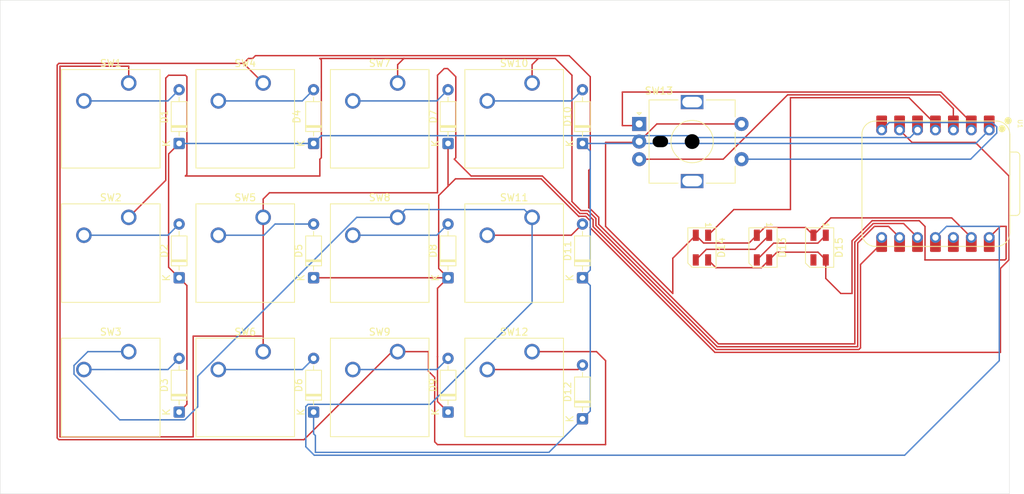
<source format=kicad_pcb>
(kicad_pcb (version 20241229) (generator "pcbnew") (generator_version "9.0")
  (layers (0 "F.Cu" signal) (2 "B.Cu" signal) (13 "F.Paste" user) (15 "B.Paste" user) (5 "F.SilkS" user "F.Silkscreen") (7 "B.SilkS" user "B.Silkscreen") (1 "F.Mask" user) (3 "B.Mask" user) (25 "Edge.Cuts" user))
  (net 0 "")
  (net 1 "Net-(D1-A)")
  (net 2 "R1")
  (net 3 "Net-(D2-A)")
  (net 4 "Net-(D3-A)")
  (net 5 "Net-(D4-A)")
  (net 6 "Net-(D5-A)")
  (net 7 "R2")
  (net 8 "Net-(D6-A)")
  (net 9 "R3")
  (net 10 "Net-(D7-A)")
  (net 11 "Net-(D8-A)")
  (net 12 "Net-(D9-A)")
  (net 13 "Net-(D10-A)")
  (net 14 "Net-(D11-A)")
  (net 15 "Net-(D12-A)")
  (net 16 "Net-(D13-DOUT)")
  (net 17 "Net-(D13-DIN)")
  (net 18 "GND")
  (net 19 "+5V_LED")
  (net 20 "Dout")
  (net 22 "C1")
  (net 23 "C2")
  (net 24 "C3")
  (net 25 "C4")
  (net 26 "E_B")
  (net 27 "E_A")
  (net 28 "E_S1")
  (footprint "Diode_THT:D_DO-35_SOD27_P7.62mm_Horizontal" (layer "F.Cu") (at 88.39614 127.531999 90)
    (property "Reference" "D3" (at 3.81 -2.12 90) (layer "F.SilkS"))
    (property "Value" "1N4148")
    (fp_text user "K" (at 0 -1.8 90) (layer "F.SilkS"))
    (pad "1" thru_hole roundrect (at 0 0 90) (size 1.6 1.6) (drill 0.8) (layers "*.Cu" "*.Mask") (roundrect_rratio 0.15625) (net 2 "R1"))
    (pad "2" thru_hole circle (at 7.62 0 90) (size 1.6 1.6) (drill 0.8) (layers "*.Cu" "*.Mask") (net 4 "Net-(D3-A)"))
  )
  (footprint "Diode_THT:D_DO-35_SOD27_P7.62mm_Horizontal" (layer "F.Cu") (at 88.39614 108.481999 90)
    (property "Reference" "D2" (at 3.81 -2.12 90) (layer "F.SilkS"))
    (property "Value" "1N4148")
    (fp_text user "K" (at 0 -1.8 90) (layer "F.SilkS"))
    (pad "1" thru_hole roundrect (at 0 0 90) (size 1.6 1.6) (drill 0.8) (layers "*.Cu" "*.Mask") (roundrect_rratio 0.15625) (net 2 "R1"))
    (pad "2" thru_hole circle (at 7.62 0 90) (size 1.6 1.6) (drill 0.8) (layers "*.Cu" "*.Mask") (net 3 "Net-(D2-A)"))
  )
  (footprint "LED_SMD:LED_SK6812MINI_PLCC4_3.5x3.5mm_P1.75mm" (layer "F.Cu") (at 179.14075 104.20325 -90)
    (property "Reference" "D15" (at 0 -2.75 90) (layer "F.SilkS"))
    (property "Value" "SK6812MINI")
    (fp_text user "1" (at -3.2 -0.875 270) (layer "F.SilkS") (effects (font (size 0.8 0.8))))
    (pad "1" smd rect (at -1.75 -0.875 270) (size 1.6 0.85) (layers "F.Cu" "F.Mask" "F.Paste") (net 17 "Net-(D13-DIN)"))
    (pad "2" smd rect (at -1.75 0.875 270) (size 1.6 0.85) (layers "F.Cu" "F.Mask" "F.Paste") (net 18 "GND"))
    (pad "3" smd rect (at 1.75 0.875 270) (size 1.6 0.85) (layers "F.Cu" "F.Mask" "F.Paste"))
    (pad "4" smd rect (at 1.75 -0.875 270) (size 1.6 0.85) (layers "F.Cu" "F.Mask" "F.Paste") (net 19 "+5V_LED"))
  )
  (footprint "Button_Switch_Keyboard:SW_Cherry_MX_1.00u_PCB" (layer "F.Cu") (at 100.30239 80.859499)
    (property "Reference" "SW4" (at -2.54 -2.794 0) (layer "F.SilkS"))
    (property "Value" "SW_Push")
    (pad "" np_thru_hole circle (at -7.62 5.08) (size 1.7 1.7) (drill 1.7) (layers "*.Cu" "*.Mask"))
    (pad "" np_thru_hole circle (at -2.54 5.08) (size 4 4) (drill 4) (layers "*.Cu" "*.Mask"))
    (pad "" np_thru_hole circle (at 2.54 5.08) (size 1.7 1.7) (drill 1.7) (layers "*.Cu" "*.Mask"))
    (pad "1" thru_hole circle (at 0 0) (size 2.2 2.2) (drill 1.5) (layers "*.Cu" "*.Mask") (net 25 "C4"))
    (pad "2" thru_hole circle (at -6.35 2.54) (size 2.2 2.2) (drill 1.5) (layers "*.Cu" "*.Mask") (net 5 "Net-(D4-A)"))
  )
  (footprint "Rotary_Encoder:RotaryEncoder_Alps_EC11E-Switch_Vertical_H20mm_MountingHoles" (layer "F.Cu") (at 153.57825 86.66575)
    (property "Reference" "SW13" (at 2.8 -4.7 0) (layer "F.SilkS"))
    (property "Value" "RotaryEncoder_Switch")
    (pad "" np_thru_hole oval (at 3 2.5) (size 2.2 1.6) (drill oval 2.2 1.6) (layers "*.Mask"))
    (pad "" np_thru_hole circle (at 7.5 2.5) (size 2.1 2.1) (drill 2.1) (layers "*.Mask"))
    (pad "A" thru_hole rect (at 0 0) (size 2 2) (drill 1) (layers "*.Cu" "*.Mask") (net 27 "E_A"))
    (pad "B" thru_hole circle (at 0 5) (size 2 2) (drill 1) (layers "*.Cu" "*.Mask") (net 26 "E_B"))
    (pad "C" thru_hole circle (at 0 2.5) (size 2 2) (drill 1) (layers "*.Cu" "*.Mask") (net 18 "GND"))
    (pad "MP" thru_hole rect (at 7.5 -3.1) (size 3.2 2) (drill oval 2.8 1.5) (layers "*.Cu" "*.Mask"))
    (pad "MP" thru_hole rect (at 7.5 8.1) (size 3.2 2) (drill oval 2.8 1.5) (layers "*.Cu" "*.Mask"))
    (pad "S1" thru_hole circle (at 14.5 5) (size 2 2) (drill 1) (layers "*.Cu" "*.Mask") (net 28 "E_S1"))
    (pad "S2" thru_hole circle (at 14.5 0) (size 2 2) (drill 1) (layers "*.Cu" "*.Mask") (net 18 "GND"))
  )
  (footprint "Button_Switch_Keyboard:SW_Cherry_MX_1.00u_PCB" (layer "F.Cu") (at 81.25239 80.859499)
    (property "Reference" "SW1" (at -2.54 -2.794 0) (layer "F.SilkS"))
    (property "Value" "SW_Push")
    (pad "" np_thru_hole circle (at -7.62 5.08) (size 1.7 1.7) (drill 1.7) (layers "*.Cu" "*.Mask"))
    (pad "" np_thru_hole circle (at -2.54 5.08) (size 4 4) (drill 4) (layers "*.Cu" "*.Mask"))
    (pad "" np_thru_hole circle (at 2.54 5.08) (size 1.7 1.7) (drill 1.7) (layers "*.Cu" "*.Mask"))
    (pad "1" thru_hole circle (at 0 0) (size 2.2 2.2) (drill 1.5) (layers "*.Cu" "*.Mask") (net 22 "C1"))
    (pad "2" thru_hole circle (at -6.35 2.54) (size 2.2 2.2) (drill 1.5) (layers "*.Cu" "*.Mask") (net 1 "Net-(D1-A)"))
  )
  (footprint "Diode_THT:D_DO-35_SOD27_P7.62mm_Horizontal" (layer "F.Cu") (at 88.39614 89.431999 90)
    (property "Reference" "D1" (at 3.81 -2.12 90) (layer "F.SilkS"))
    (property "Value" "1N4148")
    (fp_text user "K" (at 0 -1.8 90) (layer "F.SilkS"))
    (pad "1" thru_hole roundrect (at 0 0 90) (size 1.6 1.6) (drill 0.8) (layers "*.Cu" "*.Mask") (roundrect_rratio 0.15625) (net 2 "R1"))
    (pad "2" thru_hole circle (at 7.62 0 90) (size 1.6 1.6) (drill 0.8) (layers "*.Cu" "*.Mask") (net 1 "Net-(D1-A)"))
  )
  (footprint "Diode_THT:D_DO-35_SOD27_P7.62mm_Horizontal" (layer "F.Cu") (at 145.54614 89.431999 90)
    (property "Reference" "D10" (at 3.81 -2.12 90) (layer "F.SilkS"))
    (property "Value" "1N4148")
    (fp_text user "K" (at 0 -1.8 90) (layer "F.SilkS"))
    (pad "1" thru_hole roundrect (at 0 0 90) (size 1.6 1.6) (drill 0.8) (layers "*.Cu" "*.Mask") (roundrect_rratio 0.15625) (net 9 "R3"))
    (pad "2" thru_hole circle (at 7.62 0 90) (size 1.6 1.6) (drill 0.8) (layers "*.Cu" "*.Mask") (net 13 "Net-(D10-A)"))
  )
  (footprint "Button_Switch_Keyboard:SW_Cherry_MX_1.00u_PCB" (layer "F.Cu") (at 138.40239 99.909499)
    (property "Reference" "SW11" (at -2.54 -2.794 0) (layer "F.SilkS"))
    (property "Value" "SW_Push")
    (pad "" np_thru_hole circle (at -7.62 5.08) (size 1.7 1.7) (drill 1.7) (layers "*.Cu" "*.Mask"))
    (pad "" np_thru_hole circle (at -2.54 5.08) (size 4 4) (drill 4) (layers "*.Cu" "*.Mask"))
    (pad "" np_thru_hole circle (at 2.54 5.08) (size 1.7 1.7) (drill 1.7) (layers "*.Cu" "*.Mask"))
    (pad "1" thru_hole circle (at 0 0) (size 2.2 2.2) (drill 1.5) (layers "*.Cu" "*.Mask") (net 24 "C3"))
    (pad "2" thru_hole circle (at -6.35 2.54) (size 2.2 2.2) (drill 1.5) (layers "*.Cu" "*.Mask") (net 14 "Net-(D11-A)"))
  )
  (footprint "Button_Switch_Keyboard:SW_Cherry_MX_1.00u_PCB" (layer "F.Cu") (at 119.35239 99.909499)
    (property "Reference" "SW8" (at -2.54 -2.794 0) (layer "F.SilkS"))
    (property "Value" "SW_Push")
    (pad "" np_thru_hole circle (at -7.62 5.08) (size 1.7 1.7) (drill 1.7) (layers "*.Cu" "*.Mask"))
    (pad "" np_thru_hole circle (at -2.54 5.08) (size 4 4) (drill 4) (layers "*.Cu" "*.Mask"))
    (pad "" np_thru_hole circle (at 2.54 5.08) (size 1.7 1.7) (drill 1.7) (layers "*.Cu" "*.Mask"))
    (pad "1" thru_hole circle (at 0 0) (size 2.2 2.2) (drill 1.5) (layers "*.Cu" "*.Mask") (net 24 "C3"))
    (pad "2" thru_hole circle (at -6.35 2.54) (size 2.2 2.2) (drill 1.5) (layers "*.Cu" "*.Mask") (net 11 "Net-(D8-A)"))
  )
  (footprint "Diode_THT:D_DO-35_SOD27_P7.62mm_Horizontal" (layer "F.Cu") (at 126.49614 127.531999 90)
    (property "Reference" "D9" (at 3.81 -2.12 90) (layer "F.SilkS"))
    (property "Value" "1N4148")
    (fp_text user "K" (at 0 -1.8 90) (layer "F.SilkS"))
    (pad "1" thru_hole roundrect (at 0 0 90) (size 1.6 1.6) (drill 0.8) (layers "*.Cu" "*.Mask") (roundrect_rratio 0.15625) (net 7 "R2"))
    (pad "2" thru_hole circle (at 7.62 0 90) (size 1.6 1.6) (drill 0.8) (layers "*.Cu" "*.Mask") (net 12 "Net-(D9-A)"))
  )
  (footprint "Button_Switch_Keyboard:SW_Cherry_MX_1.00u_PCB" (layer "F.Cu") (at 81.25239 118.959499)
    (property "Reference" "SW3" (at -2.54 -2.794 0) (layer "F.SilkS"))
    (property "Value" "SW_Push")
    (pad "" np_thru_hole circle (at -7.62 5.08) (size 1.7 1.7) (drill 1.7) (layers "*.Cu" "*.Mask"))
    (pad "" np_thru_hole circle (at -2.54 5.08) (size 4 4) (drill 4) (layers "*.Cu" "*.Mask"))
    (pad "" np_thru_hole circle (at 2.54 5.08) (size 1.7 1.7) (drill 1.7) (layers "*.Cu" "*.Mask"))
    (pad "1" thru_hole circle (at 0 0) (size 2.2 2.2) (drill 1.5) (layers "*.Cu" "*.Mask") (net 24 "C3"))
    (pad "2" thru_hole circle (at -6.35 2.54) (size 2.2 2.2) (drill 1.5) (layers "*.Cu" "*.Mask") (net 4 "Net-(D3-A)"))
  )
  (footprint "LED_SMD:LED_SK6812MINI_PLCC4_3.5x3.5mm_P1.75mm" (layer "F.Cu") (at 162.472 104.20325 -90)
    (property "Reference" "D14" (at 0 -2.75 90) (layer "F.SilkS"))
    (property "Value" "SK6812MINI")
    (fp_text user "1" (at -3.2 -0.875 270) (layer "F.SilkS") (effects (font (size 0.8 0.8))))
    (pad "1" smd rect (at -1.75 -0.875 270) (size 1.6 0.85) (layers "F.Cu" "F.Mask" "F.Paste") (net 20 "Dout"))
    (pad "2" smd rect (at -1.75 0.875 270) (size 1.6 0.85) (layers "F.Cu" "F.Mask" "F.Paste") (net 18 "GND"))
    (pad "3" smd rect (at 1.75 0.875 270) (size 1.6 0.85) (layers "F.Cu" "F.Mask" "F.Paste") (net 16 "Net-(D13-DOUT)"))
    (pad "4" smd rect (at 1.75 -0.875 270) (size 1.6 0.85) (layers "F.Cu" "F.Mask" "F.Paste") (net 19 "+5V_LED"))
  )
  (footprint "Diode_THT:D_DO-35_SOD27_P7.62mm_Horizontal" (layer "F.Cu") (at 107.44614 89.431999 90)
    (property "Reference" "D4" (at 3.81 -2.38125 90) (layer "F.SilkS"))
    (property "Value" "1N4148")
    (fp_text user "K" (at 0 -1.8 90) (layer "F.SilkS"))
    (pad "1" thru_hole roundrect (at 0 0 90) (size 1.6 1.6) (drill 0.8) (layers "*.Cu" "*.Mask") (roundrect_rratio 0.15625) (net 2 "R1"))
    (pad "2" thru_hole circle (at 7.62 0 90) (size 1.6 1.6) (drill 0.8) (layers "*.Cu" "*.Mask") (net 5 "Net-(D4-A)"))
  )
  (footprint "Button_Switch_Keyboard:SW_Cherry_MX_1.00u_PCB" (layer "F.Cu") (at 100.30239 99.909499)
    (property "Reference" "SW5" (at -2.54 -2.794 0) (layer "F.SilkS"))
    (property "Value" "SW_Push")
    (pad "" np_thru_hole circle (at -7.62 5.08) (size 1.7 1.7) (drill 1.7) (layers "*.Cu" "*.Mask"))
    (pad "" np_thru_hole circle (at -2.54 5.08) (size 4 4) (drill 4) (layers "*.Cu" "*.Mask"))
    (pad "" np_thru_hole circle (at 2.54 5.08) (size 1.7 1.7) (drill 1.7) (layers "*.Cu" "*.Mask"))
    (pad "1" thru_hole circle (at 0 0) (size 2.2 2.2) (drill 1.5) (layers "*.Cu" "*.Mask") (net 22 "C1"))
    (pad "2" thru_hole circle (at -6.35 2.54) (size 2.2 2.2) (drill 1.5) (layers "*.Cu" "*.Mask") (net 6 "Net-(D5-A)"))
  )
  (footprint "Button_Switch_Keyboard:SW_Cherry_MX_1.00u_PCB" (layer "F.Cu") (at 119.35239 118.959499)
    (property "Reference" "SW9" (at -2.54 -2.794 0) (layer "F.SilkS"))
    (property "Value" "SW_Push")
    (pad "" np_thru_hole circle (at -7.62 5.08) (size 1.7 1.7) (drill 1.7) (layers "*.Cu" "*.Mask"))
    (pad "" np_thru_hole circle (at -2.54 5.08) (size 4 4) (drill 4) (layers "*.Cu" "*.Mask"))
    (pad "" np_thru_hole circle (at 2.54 5.08) (size 1.7 1.7) (drill 1.7) (layers "*.Cu" "*.Mask"))
    (pad "1" thru_hole circle (at 0 0) (size 2.2 2.2) (drill 1.5) (layers "*.Cu" "*.Mask") (net 25 "C4"))
    (pad "2" thru_hole circle (at -6.35 2.54) (size 2.2 2.2) (drill 1.5) (layers "*.Cu" "*.Mask") (net 12 "Net-(D9-A)"))
  )
  (footprint "OPL Lib:XIAO-RP2040-DIP" (layer "F.Cu") (at 195.55239 95.146999 -90)
    (property "Reference" "U1" (at -8.5 -12 270) (layer "F.SilkS") (effects (font (size 0.635 0.635) (thickness 0.1016))))
    (property "Value" "XIAO-RP2040-DIP")
    (pad "1" smd roundrect (at -8.455 -7.62 90) (size 2.432 1.524) (layers "F.Cu" "F.Mask") (roundrect_rratio 0.1) (net 9 "R3"))
    (pad "1" thru_hole circle (at -7.62 -7.62 90) (size 1.524 1.524) (drill 0.889) (layers "*.Cu" "*.Mask") (net 9 "R3"))
    (pad "2" smd roundrect (at -8.455 -5.08 90) (size 2.432 1.524) (layers "F.Cu" "F.Mask") (roundrect_rratio 0.1) (net 27 "E_A"))
    (pad "2" thru_hole circle (at -7.62 -5.08 90) (size 1.524 1.524) (drill 0.889) (layers "*.Cu" "*.Mask") (net 27 "E_A"))
    (pad "3" smd roundrect (at -8.455 -2.54 90) (size 2.432 1.524) (layers "F.Cu" "F.Mask") (roundrect_rratio 0.1) (net 26 "E_B"))
    (pad "3" thru_hole circle (at -7.62 -2.54 90) (size 1.524 1.524) (drill 0.889) (layers "*.Cu" "*.Mask") (net 26 "E_B"))
    (pad "4" smd roundrect (at -8.455 0 90) (size 2.432 1.524) (layers "F.Cu" "F.Mask") (roundrect_rratio 0.1) (net 20 "Dout"))
    (pad "4" thru_hole circle (at -7.62 0 90) (size 1.524 1.524) (drill 0.889) (layers "*.Cu" "*.Mask") (net 20 "Dout"))
    (pad "5" smd roundrect (at -8.455 2.54 90) (size 2.432 1.524) (layers "F.Cu" "F.Mask") (roundrect_rratio 0.1) (net 2 "R1"))
    (pad "5" thru_hole circle (at -7.62 2.54 90) (size 1.524 1.524) (drill 0.889) (layers "*.Cu" "*.Mask") (net 2 "R1"))
    (pad "6" smd roundrect (at -8.455 5.08 90) (size 2.432 1.524) (layers "F.Cu" "F.Mask") (roundrect_rratio 0.1) (net 7 "R2"))
    (pad "6" thru_hole circle (at -7.62 5.08 90) (size 1.524 1.524) (drill 0.889) (layers "*.Cu" "*.Mask") (net 7 "R2"))
    (pad "7" smd roundrect (at -8.455 7.62 90) (size 2.432 1.524) (layers "F.Cu" "F.Mask") (roundrect_rratio 0.1) (net 28 "E_S1"))
    (pad "7" thru_hole circle (at -7.62 7.62 90) (size 1.524 1.524) (drill 0.889) (layers "*.Cu" "*.Mask") (net 28 "E_S1"))
    (pad "8" thru_hole circle (at 7.62 7.62 270) (size 1.524 1.524) (drill 0.889) (layers "*.Cu" "*.Mask") (net 22 "C1"))
    (pad "8" smd roundrect (at 8.455 7.62 270) (size 2.432 1.524) (layers "F.Cu" "F.Mask") (roundrect_rratio 0.1) (net 22 "C1"))
    (pad "9" thru_hole circle (at 7.62 5.08 270) (size 1.524 1.524) (drill 0.889) (layers "*.Cu" "*.Mask") (net 23 "C2"))
    (pad "9" smd roundrect (at 8.455 5.08 270) (size 2.432 1.524) (layers "F.Cu" "F.Mask") (roundrect_rratio 0.1) (net 23 "C2"))
    (pad "10" thru_hole circle (at 7.62 2.54 270) (size 1.524 1.524) (drill 0.889) (layers "*.Cu" "*.Mask") (net 25 "C4"))
    (pad "10" smd roundrect (at 8.455 2.54 270) (size 2.432 1.524) (layers "F.Cu" "F.Mask") (roundrect_rratio 0.1) (net 25 "C4"))
    (pad "11" thru_hole circle (at 7.62 0 270) (size 1.524 1.524) (drill 0.889) (layers "*.Cu" "*.Mask") (net 24 "C3"))
    (pad "11" smd roundrect (at 8.455 0 270) (size 2.432 1.524) (layers "F.Cu" "F.Mask") (roundrect_rratio 0.1) (net 24 "C3"))
    (pad "12" thru_hole circle (at 7.62 -2.54 270) (size 1.524 1.524) (drill 0.889) (layers "*.Cu" "*.Mask"))
    (pad "12" smd roundrect (at 8.455 -2.54 270) (size 2.432 1.524) (layers "F.Cu" "F.Mask") (roundrect_rratio 0.1))
    (pad "13" thru_hole circle (at 7.62 -5.08 270) (size 1.524 1.524) (drill 0.889) (layers "*.Cu" "*.Mask") (net 18 "GND"))
    (pad "13" smd roundrect (at 8.455 -5.08 270) (size 2.432 1.524) (layers "F.Cu" "F.Mask") (roundrect_rratio 0.1) (net 18 "GND"))
    (pad "14" thru_hole circle (at 7.62 -7.62 270) (size 1.524 1.524) (drill 0.889) (layers "*.Cu" "*.Mask") (net 19 "+5V_LED"))
    (pad "14" smd roundrect (at 8.455 -7.62 270) (size 2.432 1.524) (layers "F.Cu" "F.Mask") (roundrect_rratio 0.1) (net 19 "+5V_LED"))
  )
  (footprint "Button_Switch_Keyboard:SW_Cherry_MX_1.00u_PCB" (layer "F.Cu") (at 138.40239 118.959499)
    (property "Reference" "SW12" (at -2.54 -2.794 0) (layer "F.SilkS"))
    (property "Value" "SW_Push")
    (pad "" np_thru_hole circle (at -7.62 5.08) (size 1.7 1.7) (drill 1.7) (layers "*.Cu" "*.Mask"))
    (pad "" np_thru_hole circle (at -2.54 5.08) (size 4 4) (drill 4) (layers "*.Cu" "*.Mask"))
    (pad "" np_thru_hole circle (at 2.54 5.08) (size 1.7 1.7) (drill 1.7) (layers "*.Cu" "*.Mask"))
    (pad "1" thru_hole circle (at 0 0) (size 2.2 2.2) (drill 1.5) (layers "*.Cu" "*.Mask") (net 25 "C4"))
    (pad "2" thru_hole circle (at -6.35 2.54) (size 2.2 2.2) (drill 1.5) (layers "*.Cu" "*.Mask") (net 15 "Net-(D12-A)"))
  )
  (footprint "Diode_THT:D_DO-35_SOD27_P7.62mm_Horizontal" (layer "F.Cu") (at 126.49614 108.481999 90)
    (property "Reference" "D8" (at 3.81 -2.12 90) (layer "F.SilkS"))
    (property "Value" "1N4148")
    (fp_text user "K" (at 0 -1.8 90) (layer "F.SilkS"))
    (pad "1" thru_hole roundrect (at 0 0 90) (size 1.6 1.6) (drill 0.8) (layers "*.Cu" "*.Mask") (roundrect_rratio 0.15625) (net 7 "R2"))
    (pad "2" thru_hole circle (at 7.62 0 90) (size 1.6 1.6) (drill 0.8) (layers "*.Cu" "*.Mask") (net 11 "Net-(D8-A)"))
  )
  (footprint "Button_Switch_Keyboard:SW_Cherry_MX_1.00u_PCB" (layer "F.Cu") (at 81.25239 99.909499)
    (property "Reference" "SW2" (at -2.54 -2.794 0) (layer "F.SilkS"))
    (property "Value" "SW_Push")
    (pad "" np_thru_hole circle (at -7.62 5.08) (size 1.7 1.7) (drill 1.7) (layers "*.Cu" "*.Mask"))
    (pad "" np_thru_hole circle (at -2.54 5.08) (size 4 4) (drill 4) (layers "*.Cu" "*.Mask"))
    (pad "" np_thru_hole circle (at 2.54 5.08) (size 1.7 1.7) (drill 1.7) (layers "*.Cu" "*.Mask"))
    (pad "1" thru_hole circle (at 0 0) (size 2.2 2.2) (drill 1.5) (layers "*.Cu" "*.Mask") (net 23 "C2"))
    (pad "2" thru_hole circle (at -6.35 2.54) (size 2.2 2.2) (drill 1.5) (layers "*.Cu" "*.Mask") (net 3 "Net-(D2-A)"))
  )
  (footprint "Button_Switch_Keyboard:SW_Cherry_MX_1.00u_PCB" (layer "F.Cu") (at 100.30239 118.959499)
    (property "Reference" "SW6" (at -2.54 -2.794 0) (layer "F.SilkS"))
    (property "Value" "SW_Push")
    (pad "" np_thru_hole circle (at -7.62 5.08) (size 1.7 1.7) (drill 1.7) (layers "*.Cu" "*.Mask"))
    (pad "" np_thru_hole circle (at -2.54 5.08) (size 4 4) (drill 4) (layers "*.Cu" "*.Mask"))
    (pad "" np_thru_hole circle (at 2.54 5.08) (size 1.7 1.7) (drill 1.7) (layers "*.Cu" "*.Mask"))
    (pad "1" thru_hole circle (at 0 0) (size 2.2 2.2) (drill 1.5) (layers "*.Cu" "*.Mask") (net 22 "C1"))
    (pad "2" thru_hole circle (at -6.35 2.54) (size 2.2 2.2) (drill 1.5) (layers "*.Cu" "*.Mask") (net 8 "Net-(D6-A)"))
  )
  (footprint "Button_Switch_Keyboard:SW_Cherry_MX_1.00u_PCB" (layer "F.Cu") (at 138.40239 80.859499)
    (property "Reference" "SW10" (at -2.54 -2.794 0) (layer "F.SilkS"))
    (property "Value" "SW_Push")
    (pad "" np_thru_hole circle (at -7.62 5.08) (size 1.7 1.7) (drill 1.7) (layers "*.Cu" "*.Mask"))
    (pad "" np_thru_hole circle (at -2.54 5.08) (size 4 4) (drill 4) (layers "*.Cu" "*.Mask"))
    (pad "" np_thru_hole circle (at 2.54 5.08) (size 1.7 1.7) (drill 1.7) (layers "*.Cu" "*.Mask"))
    (pad "1" thru_hole circle (at 0 0) (size 2.2 2.2) (drill 1.5) (layers "*.Cu" "*.Mask") (net 23 "C2"))
    (pad "2" thru_hole circle (at -6.35 2.54) (size 2.2 2.2) (drill 1.5) (layers "*.Cu" "*.Mask") (net 13 "Net-(D10-A)"))
  )
  (footprint "Diode_THT:D_DO-35_SOD27_P7.62mm_Horizontal" (layer "F.Cu") (at 107.44614 108.481999 90)
    (property "Reference" "D5" (at 3.81 -2.12 90) (layer "F.SilkS"))
    (property "Value" "1N4148")
    (fp_text user "K" (at 0 -1.8 90) (layer "F.SilkS"))
    (pad "1" thru_hole roundrect (at 0 0 90) (size 1.6 1.6) (drill 0.8) (layers "*.Cu" "*.Mask") (roundrect_rratio 0.15625) (net 7 "R2"))
    (pad "2" thru_hole circle (at 7.62 0 90) (size 1.6 1.6) (drill 0.8) (layers "*.Cu" "*.Mask") (net 6 "Net-(D5-A)"))
  )
  (footprint "LED_SMD:LED_SK6812MINI_PLCC4_3.5x3.5mm_P1.75mm" (layer "F.Cu") (at 171.122 104.20325 -90)
    (property "Reference" "D13" (at 0 -2.75 90) (layer "F.SilkS"))
    (property "Value" "SK6812MINI")
    (fp_text user "1" (at -3.2 -0.875 270) (layer "F.SilkS") (effects (font (size 0.8 0.8))))
    (pad "1" smd rect (at -1.75 -0.875 270) (size 1.6 0.85) (layers "F.Cu" "F.Mask" "F.Paste") (net 16 "Net-(D13-DOUT)"))
    (pad "2" smd rect (at -1.75 0.875 270) (size 1.6 0.85) (layers "F.Cu" "F.Mask" "F.Paste") (net 18 "GND"))
    (pad "3" smd rect (at 1.75 0.875 270) (size 1.6 0.85) (layers "F.Cu" "F.Mask" "F.Paste") (net 17 "Net-(D13-DIN)"))
    (pad "4" smd rect (at 1.75 -0.875 270) (size 1.6 0.85) (layers "F.Cu" "F.Mask" "F.Paste") (net 19 "+5V_LED"))
  )
  (footprint "Diode_THT:D_DO-35_SOD27_P7.62mm_Horizontal" (layer "F.Cu") (at 145.54614 128.484499 90)
    (property "Reference" "D12" (at 3.81 -2.12 90) (layer "F.SilkS"))
    (property "Value" "1N4148")
    (fp_text user "K" (at 0 -1.8 90) (layer "F.SilkS"))
    (pad "1" thru_hole roundrect (at 0 0 90) (size 1.6 1.6) (drill 0.8) (layers "*.Cu" "*.Mask") (roundrect_rratio 0.15625) (net 9 "R3"))
    (pad "2" thru_hole circle (at 7.62 0 90) (size 1.6 1.6) (drill 0.8) (layers "*.Cu" "*.Mask") (net 15 "Net-(D12-A)"))
  )
  (footprint "Diode_THT:D_DO-35_SOD27_P7.62mm_Horizontal" (layer "F.Cu") (at 145.54614 108.481999 90)
    (property "Reference" "D11" (at 3.81 -2.12 90) (layer "F.SilkS"))
    (property "Value" "1N4148")
    (fp_text user "K" (at 0 -1.8 90) (layer "F.SilkS"))
    (pad "1" thru_hole roundrect (at 0 0 90) (size 1.6 1.6) (drill 0.8) (layers "*.Cu" "*.Mask") (roundrect_rratio 0.15625) (net 9 "R3"))
    (pad "2" thru_hole circle (at 7.62 0 90) (size 1.6 1.6) (drill 0.8) (layers "*.Cu" "*.Mask") (net 14 "Net-(D11-A)"))
  )
  (footprint "Diode_THT:D_DO-35_SOD27_P7.62mm_Horizontal" (layer "F.Cu") (at 126.49614 89.431999 90)
    (property "Reference" "D7" (at 3.81 -2.12 90) (layer "F.SilkS"))
    (property "Value" "1N4148")
    (fp_text user "K" (at 0 -1.8 90) (layer "F.SilkS"))
    (pad "1" thru_hole roundrect (at 0 0 90) (size 1.6 1.6) (drill 0.8) (layers "*.Cu" "*.Mask") (roundrect_rratio 0.15625) (net 7 "R2"))
    (pad "2" thru_hole circle (at 7.62 0 90) (size 1.6 1.6) (drill 0.8) (layers "*.Cu" "*.Mask") (net 10 "Net-(D7-A)"))
  )
  (footprint "Diode_THT:D_DO-35_SOD27_P7.62mm_Horizontal" (layer "F.Cu") (at 107.44614 127.531999 90)
    (property "Reference" "D6" (at 3.81 -2.12 90) (layer "F.SilkS"))
    (property "Value" "1N4148")
    (fp_text user "K" (at 0 -1.8 90) (layer "F.SilkS"))
    (pad "1" thru_hole roundrect (at 0 0 90) (size 1.6 1.6) (drill 0.8) (layers "*.Cu" "*.Mask") (roundrect_rratio 0.15625) (net 9 "R3"))
    (pad "2" thru_hole circle (at 7.62 0 90) (size 1.6 1.6) (drill 0.8) (layers "*.Cu" "*.Mask") (net 8 "Net-(D6-A)"))
  )
  (footprint "Button_Switch_Keyboard:SW_Cherry_MX_1.00u_PCB" (layer "F.Cu") (at 119.35239 80.859499)
    (property "Reference" "SW7" (at -2.54 -2.794 0) (layer "F.SilkS"))
    (property "Value" "SW_Push")
    (pad "" np_thru_hole circle (at -7.62 5.08) (size 1.7 1.7) (drill 1.7) (layers "*.Cu" "*.Mask"))
    (pad "" np_thru_hole circle (at -2.54 5.08) (size 4 4) (drill 4) (layers "*.Cu" "*.Mask"))
    (pad "" np_thru_hole circle (at 2.54 5.08) (size 1.7 1.7) (drill 1.7) (layers "*.Cu" "*.Mask"))
    (pad "1" thru_hole circle (at 0 0) (size 2.2 2.2) (drill 1.5) (layers "*.Cu" "*.Mask") (net 23 "C2"))
    (pad "2" thru_hole circle (at -6.35 2.54) (size 2.2 2.2) (drill 1.5) (layers "*.Cu" "*.Mask") (net 10 "Net-(D7-A)"))
  )
  (gr_rect (start 63.040625 69.1125) (end 206.040625 139.1125) (stroke (width 0.05)) (fill no) (layer "Edge.Cuts"))
  (segment (start 86.80864 83.399499) (end 88.39614 81.811999) (width 0.2) (layer "B.Cu") (net 1))
  (segment (start 74.90239 83.399499) (end 86.80864 83.399499) (width 0.2) (layer "B.Cu") (net 1))
  (segment (start 89.49714 126.430999) (end 88.39614 127.531999) (width 0.2) (layer "F.Cu") (net 2))
  (segment (start 88.39614 89.431999) (end 86.903242 90.924897) (width 0.2) (layer "F.Cu") (net 2))
  (segment (start 86.903242 106.989101) (end 88.39614 108.481999) (width 0.2) (layer "F.Cu") (net 2))
  (segment (start 89.49714 109.582999) (end 89.49714 126.430999) (width 0.2) (layer "F.Cu") (net 2))
  (segment (start 86.903242 90.924897) (end 86.903242 106.989101) (width 0.2) (layer "F.Cu") (net 2))
  (segment (start 88.39614 108.481999) (end 89.49714 109.582999) (width 0.2) (layer "F.Cu") (net 2))
  (segment (start 161.06639 88.330999) (end 161.32539 88.589999) (width 0.2) (layer "B.Cu") (net 2))
  (segment (start 107.44614 89.431999) (end 108.54714 88.330999) (width 0.2) (layer "B.Cu") (net 2))
  (segment (start 88.39614 89.431999) (end 107.44614 89.431999) (width 0.2) (layer "B.Cu") (net 2))
  (segment (start 191.94939 88.589999) (end 193.01239 87.526999) (width 0.2) (layer "B.Cu") (net 2))
  (segment (start 161.32539 88.589999) (end 191.94939 88.589999) (width 0.2) (layer "B.Cu") (net 2))
  (segment (start 108.54714 88.330999) (end 161.06639 88.330999) (width 0.2) (layer "B.Cu") (net 2))
  (segment (start 86.80864 102.449499) (end 88.39614 100.861999) (width 0.2) (layer "B.Cu") (net 3))
  (segment (start 74.90239 102.449499) (end 86.80864 102.449499) (width 0.2) (layer "B.Cu") (net 3))
  (segment (start 86.80864 121.499499) (end 88.39614 119.911999) (width 0.2) (layer "B.Cu") (net 4))
  (segment (start 74.90239 121.499499) (end 86.80864 121.499499) (width 0.2) (layer "B.Cu") (net 4))
  (segment (start 93.95239 83.399499) (end 105.85864 83.399499) (width 0.2) (layer "B.Cu") (net 5))
  (segment (start 105.85864 83.399499) (end 107.44614 81.811999) (width 0.2) (layer "B.Cu") (net 5))
  (segment (start 100.400862 102.449499) (end 101.988362 100.861999) (width 0.2) (layer "B.Cu") (net 6))
  (segment (start 101.988362 100.861999) (end 107.44614 100.861999) (width 0.2) (layer "B.Cu") (net 6))
  (segment (start 93.95239 102.449499) (end 100.400862 102.449499) (width 0.2) (layer "B.Cu") (net 6))
  (segment (start 125.00326 109.974879) (end 126.49614 108.481999) (width 0.2) (layer "F.Cu") (net 7))
  (segment (start 127.550592 94.448) (end 139.69175 94.448) (width 0.2) (layer "F.Cu") (net 7))
  (segment (start 202.3815 119.0625) (end 204.762756 119.0625) (width 0.2) (layer "F.Cu") (net 7))
  (segment (start 125.169342 96.82925) (end 126.49614 95.502452) (width 0.2) (layer "F.Cu") (net 7))
  (segment (start 201.203242 89.2845) (end 192.229891 89.2845) (width 0.2) (layer "F.Cu") (net 7))
  (segment (start 139.69175 94.448) (end 145.04742 99.80367) (width 0.2) (layer "F.Cu") (net 7))
  (segment (start 125.003242 119.673686) (end 125.00326 119.673668) (width 0.2) (layer "F.Cu") (net 7))
  (segment (start 146.00219 99.760999) (end 146.64714 100.405949) (width 0.2) (layer "F.Cu") (net 7))
  (segment (start 145.09009 99.760999) (end 146.00219 99.760999) (width 0.2) (layer "F.Cu") (net 7))
  (segment (start 204.762756 107.15625) (end 205.965756 105.95325) (width 0.2) (layer "F.Cu") (net 7))
  (segment (start 204.762756 119.0625) (end 204.762756 107.15625) (width 0.2) (layer "F.Cu") (net 7))
  (segment (start 126.49614 95.502452) (end 126.49614 89.431999) (width 0.2) (layer "F.Cu") (net 7))
  (segment (start 125.003242 126.039101) (end 125.003242 119.673686) (width 0.2) (layer "F.Cu") (net 7))
  (segment (start 205.965756 94.047014) (end 205.521015 93.602273) (width 0.2) (layer "F.Cu") (net 7))
  (segment (start 125.00326 119.673668) (end 125.00326 109.974879) (width 0.2) (layer "F.Cu") (net 7))
  (segment (start 164.30625 119.0625) (end 202.3815 119.0625) (width 0.2) (layer "F.Cu") (net 7))
  (segment (start 146.64714 101.318049) (end 146.60447 101.36072) (width 0.2) (layer "F.Cu") (net 7))
  (segment (start 205.521015 93.602273) (end 201.203242 89.2845) (width 0.2) (layer "F.Cu") (net 7))
  (segment (start 126.49614 108.481999) (end 125.169342 107.155201) (width 0.2) (layer "F.Cu") (net 7))
  (segment (start 145.04742 99.80367) (end 145.09009 99.760999) (width 0.2) (layer "F.Cu") (net 7))
  (segment (start 192.229891 89.2845) (end 190.47239 87.526999) (width 0.2) (layer "F.Cu") (net 7))
  (segment (start 205.965756 105.95325) (end 205.965756 94.047014) (width 0.2) (layer "F.Cu") (net 7))
  (segment (start 126.49614 127.531999) (end 125.003242 126.039101) (width 0.2) (layer "F.Cu") (net 7))
  (segment (start 107.44614 108.481999) (end 126.49614 108.481999) (width 0.2) (layer "F.Cu") (net 7))
  (segment (start 146.60447 101.36072) (end 164.30625 119.0625) (width 0.2) (layer "F.Cu") (net 7))
  (segment (start 146.64714 100.405949) (end 146.64714 101.318049) (width 0.2) (layer "F.Cu") (net 7))
  (segment (start 125.169342 107.155201) (end 125.169342 96.82925) (width 0.2) (layer "F.Cu") (net 7))
  (segment (start 126.49614 95.502452) (end 127.550592 94.448) (width 0.2) (layer "F.Cu") (net 7))
  (segment (start 126.49614 89.431999) (end 126.016983 89.431999) (width 0.2) (layer "B.Cu") (net 7))
  (segment (start 126.016983 89.431999) (end 125.869484 89.2845) (width 0.2) (layer "B.Cu") (net 7))
  (segment (start 93.95239 121.499499) (end 105.85864 121.499499) (width 0.2) (layer "B.Cu") (net 8))
  (segment (start 105.85864 121.499499) (end 107.44614 119.911999) (width 0.2) (layer "B.Cu") (net 8))
  (segment (start 201.26739 89.431999) (end 203.17239 87.526999) (width 0.2) (layer "B.Cu") (net 9))
  (segment (start 145.54614 128.484499) (end 140.78364 133.246999) (width 0.2) (layer "B.Cu") (net 9))
  (segment (start 140.78364 133.246999) (end 107.703362 133.246999) (width 0.2) (layer "B.Cu") (net 9))
  (segment (start 146.64714 90.532999) (end 146.64714 107.380999) (width 0.2) (layer "B.Cu") (net 9))
  (segment (start 107.703362 133.246999) (end 107.703362 130.865749) (width 0.2) (layer "B.Cu") (net 9))
  (segment (start 146.64714 127.383499) (end 145.54614 128.484499) (width 0.2) (layer "B.Cu") (net 9))
  (segment (start 145.54614 108.481999) (end 146.64714 109.582999) (width 0.2) (layer "B.Cu") (net 9))
  (segment (start 145.54614 89.431999) (end 146.64714 90.532999) (width 0.2) (layer "B.Cu") (net 9))
  (segment (start 107.44614 130.608527) (end 107.44614 127.531999) (width 0.2) (layer "B.Cu") (net 9))
  (segment (start 146.64714 107.380999) (end 145.54614 108.481999) (width 0.2) (layer "B.Cu") (net 9))
  (segment (start 107.703362 130.865749) (end 107.44614 130.608527) (width 0.2) (layer "B.Cu") (net 9))
  (segment (start 146.64714 109.582999) (end 146.64714 127.383499) (width 0.2) (layer "B.Cu") (net 9))
  (segment (start 145.54614 89.431999) (end 201.26739 89.431999) (width 0.2) (layer "B.Cu") (net 9))
  (segment (start 124.90864 83.399499) (end 126.49614 81.811999) (width 0.2) (layer "B.Cu") (net 10))
  (segment (start 113.00239 83.399499) (end 124.90864 83.399499) (width 0.2) (layer "B.Cu") (net 10))
  (segment (start 124.90864 102.449499) (end 126.49614 100.861999) (width 0.2) (layer "B.Cu") (net 11))
  (segment (start 113.00239 102.449499) (end 124.90864 102.449499) (width 0.2) (layer "B.Cu") (net 11))
  (segment (start 124.90864 121.499499) (end 126.49614 119.911999) (width 0.2) (layer "B.Cu") (net 12))
  (segment (start 113.00239 121.499499) (end 124.90864 121.499499) (width 0.2) (layer "B.Cu") (net 12))
  (segment (start 143.95864 83.399499) (end 145.54614 81.811999) (width 0.2) (layer "B.Cu") (net 13))
  (segment (start 132.05239 83.399499) (end 143.95864 83.399499) (width 0.2) (layer "B.Cu") (net 13))
  (segment (start 132.05239 102.449499) (end 131.41739 102.449499) (width 0.2) (layer "F.Cu") (net 14))
  (segment (start 143.95864 102.449499) (end 145.54614 100.861999) (width 0.2) (layer "F.Cu") (net 14))
  (segment (start 131.41739 102.449499) (end 131.25864 102.290749) (width 0.2) (layer "F.Cu") (net 14))
  (segment (start 132.05239 102.449499) (end 143.95864 102.449499) (width 0.2) (layer "F.Cu") (net 14))
  (segment (start 132.05239 121.499499) (end 144.91114 121.499499) (width 0.2) (layer "F.Cu") (net 15))
  (segment (start 144.91114 121.499499) (end 145.54614 120.864499) (width 0.2) (layer "F.Cu") (net 15))
  (segment (start 163.10325 104.447) (end 170.00325 104.447) (width 0.2) (layer "F.Cu") (net 16))
  (segment (start 170.00325 104.447) (end 171.997 102.45325) (width 0.2) (layer "F.Cu") (net 16))
  (segment (start 161.597 105.95325) (end 163.10325 104.447) (width 0.2) (layer "F.Cu") (net 16))
  (segment (start 170.247 105.95325) (end 172.62825 103.572) (width 0.2) (layer "F.Cu") (net 17))
  (segment (start 172.62825 103.572) (end 178.897 103.572) (width 0.2) (layer "F.Cu") (net 17))
  (segment (start 178.897 103.572) (end 180.01575 102.45325) (width 0.2) (layer "F.Cu") (net 17))
  (segment (start 148.81575 89.2845) (end 148.81575 101.190744) (width 0.2) (layer "F.Cu") (net 18))
  (segment (start 153.597 89.2845) (end 148.81575 89.2845) (width 0.2) (layer "F.Cu") (net 18))
  (segment (start 169.146 103.55425) (end 170.247 102.45325) (width 0.2) (layer "F.Cu") (net 18))
  (segment (start 158.34075 110.71575) (end 158.34075 105.7095) (width 0.2) (layer "F.Cu") (net 18))
  (segment (start 156.07825 86.66575) (end 153.57825 89.16575) (width 0.2) (layer "F.Cu") (net 18))
  (segment (start 161.597 102.45325) (end 162.698 103.55425) (width 0.2) (layer "F.Cu") (net 18))
  (segment (start 162.698 103.55425) (end 169.146 103.55425) (width 0.2) (layer "F.Cu") (net 18))
  (segment (start 158.34075 105.7095) (end 161.597 102.45325) (width 0.2) (layer "F.Cu") (net 18))
  (segment (start 168.07825 86.66575) (end 156.07825 86.66575) (width 0.2) (layer "F.Cu") (net 18))
  (segment (start 178.26575 102.45325) (end 180.73125 99.98775) (width 0.2) (layer "F.Cu") (net 18))
  (segment (start 177.16475 101.35225) (end 178.26575 102.45325) (width 0.2) (layer "F.Cu") (net 18))
  (segment (start 197.853141 99.98775) (end 200.63239 102.766999) (width 0.2) (layer "F.Cu") (net 18))
  (segment (start 171.348 101.35225) (end 177.16475 101.35225) (width 0.2) (layer "F.Cu") (net 18))
  (segment (start 170.247 102.45325) (end 171.348 101.35225) (width 0.2) (layer "F.Cu") (net 18))
  (segment (start 180.73125 99.98775) (end 197.853141 99.98775) (width 0.2) (layer "F.Cu") (net 18))
  (segment (start 148.81575 101.19075) (end 158.34075 110.71575) (width 0.2) (layer "F.Cu") (net 18))
  (segment (start 205.398656 105.95325) (end 205.564756 105.78715) (width 0.2) (layer "F.Cu") (net 19))
  (segment (start 180.01575 105.95325) (end 180.01575 108.578244) (width 0.2) (layer "F.Cu") (net 19))
  (segment (start 194.059506 105.95325) (end 205.398656 105.95325) (width 0.2) (layer "F.Cu") (net 19))
  (segment (start 170.896 107.05425) (end 171.997 105.95325) (width 0.2) (layer "F.Cu") (net 19))
  (segment (start 163.347 105.95325) (end 164.448 107.05425) (width 0.2) (layer "F.Cu") (net 19))
  (segment (start 183.732492 103.2398) (end 186.583542 100.38875) (width 0.2) (layer "F.Cu") (net 19))
  (segment (start 205.564756 101.19075) (end 204.748639 101.19075) (width 0.2) (layer "F.Cu") (net 19))
  (segment (start 204.748639 101.19075) (end 203.17239 102.766999) (width 0.2) (layer "F.Cu") (net 19))
  (segment (start 186.583542 100.38875) (end 193.257506 100.38875) (width 0.2) (layer "F.Cu") (net 19))
  (segment (start 183.732492 110.71575) (end 183.732492 103.2398) (width 0.2) (layer "F.Cu") (net 19))
  (segment (start 178.91475 104.85225) (end 180.01575 105.95325) (width 0.2) (layer "F.Cu") (net 19))
  (segment (start 182.153256 110.71575) (end 183.732492 110.71575) (width 0.2) (layer "F.Cu") (net 19))
  (segment (start 171.997 105.95325) (end 173.098 104.85225) (width 0.2) (layer "F.Cu") (net 19))
  (segment (start 205.564756 105.78715) (end 205.564756 101.19075) (width 0.2) (layer "F.Cu") (net 19))
  (segment (start 173.098 104.85225) (end 178.91475 104.85225) (width 0.2) (layer "F.Cu") (net 19))
  (segment (start 193.257506 100.38875) (end 194.07539 101.206634) (width 0.2) (layer "F.Cu") (net 19))
  (segment (start 180.01575 108.578244) (end 182.153256 110.71575) (width 0.2) (layer "F.Cu") (net 19))
  (segment (start 164.448 107.05425) (end 170.896 107.05425) (width 0.2) (layer "F.Cu") (net 19))
  (segment (start 194.07539 105.937366) (end 194.059506 105.95325) (width 0.2) (layer "F.Cu") (net 19))
  (segment (start 194.07539 101.206634) (end 194.07539 105.937366) (width 0.2) (layer "F.Cu") (net 19))
  (segment (start 175.0095 98.8095) (end 175.0095 82.94275) (width 0.2) (layer "F.Cu") (net 20))
  (segment (start 166.99075 98.8095) (end 175.0095 98.8095) (width 0.2) (layer "F.Cu") (net 20))
  (segment (start 191.803141 82.94275) (end 195.55239 86.691999) (width 0.2) (layer "F.Cu") (net 20))
  (segment (start 163.347 102.45325) (end 166.99075 98.8095) (width 0.2) (layer "F.Cu") (net 20))
  (segment (start 175.0095 82.94275) (end 191.803141 82.94275) (width 0.2) (layer "F.Cu") (net 20))
  (segment (start 144.935951 99.125101) (end 144.935951 99.125106) (width 0.2) (layer "F.Cu") (net 22))
  (segment (start 125.003242 79.7595) (end 125.954741 78.808001) (width 0.2) (layer "F.Cu") (net 22))
  (segment (start 81.25239 78.478249) (end 71.515743 78.478249) (width 0.2) (layer "F.Cu") (net 22))
  (segment (start 71.515743 78.478249) (end 71.515743 131.047001) (width 0.2) (layer "F.Cu") (net 22))
  (segment (start 139.85785 94.047) (end 143.652242 97.841392) (width 0.2) (layer "F.Cu") (net 22))
  (segment (start 147.04814 101.237292) (end 164.472348 118.6615) (width 0.2) (layer "F.Cu") (net 22))
  (segment (start 125.003242 96.42825) (end 125.003242 79.7595) (width 0.2) (layer "F.Cu") (net 22))
  (segment (start 144.935951 99.125106) (end 145.170848 99.359998) (width 0.2) (layer "F.Cu") (net 22))
  (segment (start 145.170848 99.359998) (end 145.170856 99.360001) (width 0.2) (layer "F.Cu") (net 22))
  (segment (start 164.472348 118.6615) (end 184.700592 118.6615) (width 0.2) (layer "F.Cu") (net 22))
  (segment (start 81.25239 80.859499) (end 81.25239 78.478249) (width 0.2) (layer "F.Cu") (net 22))
  (segment (start 143.652241 97.841394) (end 144.935951 99.125101) (width 0.2) (layer "F.Cu") (net 22))
  (segment (start 145.256183 99.359999) (end 145.256186 99.360002) (width 0.2) (layer "F.Cu") (net 22))
  (segment (start 100.30239 118.959499) (end 100.30239 99.909499) (width 0.2) (layer "F.Cu") (net 22))
  (segment (start 101.190742 96.42825) (end 125.003242 96.42825) (width 0.2) (layer "F.Cu") (net 22))
  (segment (start 127.59714 91.453102) (end 127.384492 91.66575) (width 0.2) (layer "F.Cu") (net 22))
  (segment (start 71.515743 131.047001) (end 90.384491 131.047001) (width 0.2) (layer "F.Cu") (net 22))
  (segment (start 145.170856 99.360001) (end 145.256183 99.359999) (width 0.2) (layer "F.Cu") (net 22))
  (segment (start 147.04814 100.239849) (end 147.04814 101.237292) (width 0.2) (layer "F.Cu") (net 22))
  (segment (start 184.935492 118.4266) (end 184.935492 106.598897) (width 0.2) (layer "F.Cu") (net 22))
  (segment (start 125.954741 78.808001) (end 126.432993 78.808001) (width 0.2) (layer "F.Cu") (net 22))
  (segment (start 100.30239 99.909499) (end 100.30239 97.316602) (width 0.2) (layer "F.Cu") (net 22))
  (segment (start 145.588386 99.360002) (end 145.588389 99.359999) (width 0.2) (layer "F.Cu") (net 22))
  (segment (start 145.256186 99.360002) (end 145.588386 99.360002) (width 0.2) (layer "F.Cu") (net 22))
  (segment (start 90.384491 131.047001) (end 90.384491 116.759501) (width 0.2) (layer "F.Cu") (net 22))
  (segment (start 126.432993 78.808001) (end 127.59714 79.972148) (width 0.2) (layer "F.Cu") (net 22))
  (segment (start 184.700592 118.6615) (end 184.935492 118.4266) (width 0.2) (layer "F.Cu") (net 22))
  (segment (start 129.765742 94.047) (end 139.85785 94.047) (width 0.2) (layer "F.Cu") (net 22))
  (segment (start 90.384491 116.759501) (end 100.090743 116.759501) (width 0.2) (layer "F.Cu") (net 22))
  (segment (start 143.652242 97.841392) (end 143.652241 97.841394) (width 0.2) (layer "F.Cu") (net 22))
  (segment (start 145.588389 99.359999) (end 146.16829 99.359999) (width 0.2) (layer "F.Cu") (net 22))
  (segment (start 127.59714 79.972148) (end 127.59714 91.453102) (width 0.2) (layer "F.Cu") (net 22))
  (segment (start 127.384492 91.66575) (end 129.765742 94.047) (width 0.2) (layer "F.Cu") (net 22))
  (segment (start 146.16829 99.359999) (end 147.04814 100.239849) (width 0.2) (layer "F.Cu") (net 22))
  (segment (start 100.30239 97.316602) (end 101.190742 96.42825) (width 0.2) (layer "F.Cu") (net 22))
  (segment (start 184.935492 106.598897) (end 187.93239 103.601999) (width 0.2) (layer "F.Cu") (net 22))
  (segment (start 144.053242 97.675294) (end 145.336947 98.958997) (width 0.2) (layer "F.Cu") (net 23))
  (segment (start 89.49714 79.972148) (end 89.49714 93.834352) (width 0.2) (layer "F.Cu") (net 23))
  (segment (start 139.290742 77.37825) (end 141.671992 77.37825) (width 0.2) (layer "F.Cu") (net 23))
  (segment (start 120.240742 77.37825) (end 139.290742 77.37825) (width 0.2) (layer "F.Cu") (net 23))
  (segment (start 146.33439 98.958999) (end 147.44914 100.073749) (width 0.2) (layer "F.Cu") (net 23))
  (segment (start 147.44914 101.071192) (end 164.638448 118.2605) (width 0.2) (layer "F.Cu") (net 23))
  (segment (start 186.915742 101.19075) (end 188.896141 101.19075) (width 0.2) (layer "F.Cu") (net 23))
  (segment (start 119.35239 78.266602) (end 120.240742 77.37825) (width 0.2) (layer "F.Cu") (net 23))
  (segment (start 147.44914 100.073749) (end 147.44914 101.071192) (width 0.2) (layer "F.Cu") (net 23))
  (segment (start 119.35239 80.859499) (end 119.35239 78.266602) (width 0.2) (layer "F.Cu") (net 23))
  (segment (start 86.502242 80.1605) (end 86.903242 79.7595) (width 0.2) (layer "F.Cu") (net 23))
  (segment (start 89.284492 79.7595) (end 89.49714 79.972148) (width 0.2) (layer "F.Cu") (net 23))
  (segment (start 86.903242 79.7595) (end 89.284492 79.7595) (width 0.2) (layer "F.Cu") (net 23))
  (segment (start 139.290742 77.37825) (end 138.40239 78.266602) (width 0.2) (layer "F.Cu") (net 23))
  (segment (start 145.422279 98.958995) (end 145.422286 98.958999) (width 0.2) (layer "F.Cu") (net 23))
  (segment (start 138.25389 80.710999) (end 138.40239 80.859499) (width 0.2) (layer "F.Cu") (net 23))
  (segment (start 184.534492 103.572) (end 186.915742 101.19075) (width 0.2) (layer "F.Cu") (net 23))
  (segment (start 89.284492 94.047) (end 108.334492 94.047) (width 0.2) (layer "F.Cu") (net 23))
  (segment (start 188.896141 101.19075) (end 190.47239 102.766999) (width 0.2) (layer "F.Cu") (net 23))
  (segment (start 108.334492 94.047) (end 108.334492 91.66575) (width 0.2) (layer "F.Cu") (net 23))
  (segment (start 184.534492 118.2605) (end 184.534492 103.572) (width 0.2) (layer "F.Cu") (net 23))
  (segment (start 108.54714 77.590898) (end 108.334492 77.37825) (width 0.2) (layer "F.Cu") (net 23))
  (segment (start 141.671992 77.37825) (end 144.053242 79.7595) (width 0.2) (layer "F.Cu") (net 23))
  (segment (start 145.422286 98.958999) (end 146.33439 98.958999) (width 0.2) (layer "F.Cu") (net 23))
  (segment (start 145.336947 98.958997) (end 145.422279 98.958995) (width 0.2) (layer "F.Cu") (net 23))
  (segment (start 86.502242 94.659647) (end 86.502242 80.1605) (width 0.2) (layer "F.Cu") (net 23))
  (segment (start 108.54714 91.453102) (end 108.54714 77.590898) (width 0.2) (layer "F.Cu") (net 23))
  (segment (start 144.053242 79.7595) (end 144.053242 97.675294) (width 0.2) (layer "F.Cu") (net 23))
  (segment (start 108.334492 91.66575) (end 108.54714 91.453102) (width 0.2) (layer "F.Cu") (net 23))
  (segment (start 108.334492 77.37825) (end 120.240742 77.37825) (width 0.2) (layer "F.Cu") (net 23))
  (segment (start 89.49714 93.834352) (end 89.284492 94.047) (width 0.2) (layer "F.Cu") (net 23))
  (segment (start 138.40239 78.266602) (end 138.40239 80.859499) (width 0.2) (layer "F.Cu") (net 23))
  (segment (start 164.638448 118.2605) (end 184.534492 118.2605) (width 0.2) (layer "F.Cu") (net 23))
  (segment (start 119.35239 80.859499) (end 119.50089 80.710999) (width 0.2) (layer "F.Cu") (net 23))
  (segment (start 81.25239 99.909499) (end 86.502242 94.659647) (width 0.2) (layer "F.Cu") (net 23))
  (segment (start 106.34514 126.746839) (end 106.34514 132.455877) (width 0.2) (layer "B.Cu") (net 24))
  (segment (start 106.34514 132.455877) (end 107.537262 133.647999) (width 0.2) (layer "B.Cu") (net 24))
  (segment (start 113.561076 99.909499) (end 119.35239 99.909499) (width 0.2) (layer "B.Cu") (net 24))
  (segment (start 79.981074 128.632999) (end 89.1813 128.632999) (width 0.2) (layer "B.Cu") (net 24))
  (segment (start 73.50139 122.153315) (end 79.981074 128.632999) (width 0.2) (layer "B.Cu") (net 24))
  (segment (start 137.302391 98.8095) (end 138.40239 99.909499) (width 0.2) (layer "B.Cu") (net 24))
  (segment (start 204.598818 120.24075) (end 204.598818 101.19075) (width 0.2) (layer "B.Cu") (net 24))
  (segment (start 73.50139 120.919185) (end 73.50139 122.153315) (width 0.2) (layer "B.Cu") (net 24))
  (segment (start 75.461076 118.959499) (end 73.50139 120.919185) (width 0.2) (layer "B.Cu") (net 24))
  (segment (start 138.40239 99.909499) (end 138.40239 111.994999) (width 0.2) (layer "B.Cu") (net 24))
  (segment (start 138.40239 111.994999) (end 123.96639 126.430999) (width 0.2) (layer "B.Cu") (net 24))
  (segment (start 120.452389 98.8095) (end 137.302391 98.8095) (width 0.2) (layer "B.Cu") (net 24))
  (segment (start 91.034612 122.435963) (end 113.561076 99.909499) (width 0.2) (layer "B.Cu") (net 24))
  (segment (start 81.25239 118.959499) (end 75.461076 118.959499) (width 0.2) (layer "B.Cu") (net 24))
  (segment (start 89.1813 128.632999) (end 91.034612 126.779687) (width 0.2) (layer "B.Cu") (net 24))
  (segment (start 204.598818 101.19075) (end 197.128639 101.19075) (width 0.2) (layer "B.Cu") (net 24))
  (segment (start 119.35239 99.909499) (end 120.452389 98.8095) (width 0.2) (layer "B.Cu") (net 24))
  (segment (start 107.537262 133.647999) (end 191.191569 133.647999) (width 0.2) (layer "B.Cu") (net 24))
  (segment (start 106.66098 126.430999) (end 106.34514 126.746839) (width 0.2) (layer "B.Cu") (net 24))
  (segment (start 191.191569 133.647999) (end 204.598818 120.24075) (width 0.2) (layer "B.Cu") (net 24))
  (segment (start 123.96639 126.430999) (end 106.66098 126.430999) (width 0.2) (layer "B.Cu") (net 24))
  (segment (start 91.034612 126.779687) (end 91.034612 122.435963) (width 0.2) (layer "B.Cu") (net 24))
  (segment (start 197.128639 101.19075) (end 195.55239 102.766999) (width 0.2) (layer "B.Cu") (net 24))
  (segment (start 146.64714 93.032352) (end 146.434492 93.245) (width 0.2) (layer "F.Cu") (net 25))
  (segment (start 124.602242 131.746) (end 125.003242 132.147) (width 0.2) (layer "F.Cu") (net 25))
  (segment (start 147.534491 118.959499) (end 138.40239 118.959499) (width 0.2) (layer "F.Cu") (net 25))
  (segment (start 98.219139 77.37825) (end 98.809492 77.37825) (width 0.2) (layer "F.Cu") (net 25))
  (segment (start 191.035141 100.78975) (end 193.01239 102.766999) (width 0.2) (layer "F.Cu") (net 25))
  (segment (start 147.85014 100.905092) (end 164.804548 117.8595) (width 0.2) (layer "F.Cu") (net 25))
  (segment (start 118.567574 118.959499) (end 119.35239 118.959499) (width 0.2) (layer "F.Cu") (net 25))
  (segment (start 147.85014 99.907649) (end 147.85014 100.905092) (width 0.2) (layer "F.Cu") (net 25))
  (segment (start 143.652242 76.97725) (end 146.64714 79.972148) (width 0.2) (layer "F.Cu") (net 25))
  (segment (start 71.349643 78.077249) (end 71.114743 78.312149) (width 0.2) (layer "F.Cu") (net 25))
  (segment (start 184.133492 117.8595) (end 184.133492 103.4059) (width 0.2) (layer "F.Cu") (net 25))
  (segment (start 125.003242 132.147) (end 148.815742 132.147) (width 0.2) (layer "F.Cu") (net 25))
  (segment (start 98.809492 77.37825) (end 99.210492 76.97725) (width 0.2) (layer "F.Cu") (net 25))
  (segment (start 146.434492 98.557999) (end 146.50049 98.557999) (width 0.2) (layer "F.Cu") (net 25))
  (segment (start 123.721991 121.741749) (end 124.602242 122.622) (width 0.2) (layer "F.Cu") (net 25))
  (segment (start 124.602242 122.622) (end 124.602242 131.746) (width 0.2) (layer "F.Cu") (net 25))
  (segment (start 146.434492 93.245) (end 146.434492 98.557999) (width 0.2) (layer "F.Cu") (net 25))
  (segment (start 148.815742 120.24075) (end 147.534491 118.959499) (width 0.2) (layer "F.Cu") (net 25))
  (segment (start 71.114743 78.312149) (end 71.114743 131.213101) (width 0.2) (layer "F.Cu") (net 25))
  (segment (start 148.815742 132.147) (end 148.815742 120.24075) (width 0.2) (layer "F.Cu") (net 25))
  (segment (start 123.721991 118.959499) (end 123.721991 121.741749) (width 0.2) (layer "F.Cu") (net 25))
  (segment (start 186.749642 100.78975) (end 191.035141 100.78975) (width 0.2) (layer "F.Cu") (net 25))
  (segment (start 119.35239 118.959499) (end 123.721991 118.959499) (width 0.2) (layer "F.Cu") (net 25))
  (segment (start 146.50049 98.557999) (end 147.85014 99.907649) (width 0.2) (layer "F.Cu") (net 25))
  (segment (start 97.52014 78.077249) (end 98.219139 77.37825) (width 0.2) (layer "F.Cu") (net 25))
  (segment (start 71.114743 131.213101) (end 71.349643 131.448001) (width 0.2) (layer "F.Cu") (net 25))
  (segment (start 97.52014 78.077249) (end 71.349643 78.077249) (width 0.2) (layer "F.Cu") (net 25))
  (segment (start 184.133492 103.4059) (end 186.749642 100.78975) (width 0.2) (layer "F.Cu") (net 25))
  (segment (start 164.804548 117.8595) (end 184.133492 117.8595) (width 0.2) (layer "F.Cu") (net 25))
  (segment (start 146.64714 79.972148) (end 146.64714 93.032352) (width 0.2) (layer "F.Cu") (net 25))
  (segment (start 100.30239 80.859499) (end 97.52014 78.077249) (width 0.2) (layer "F.Cu") (net 25))
  (segment (start 71.349643 131.448001) (end 106.079072 131.448001) (width 0.2) (layer "F.Cu") (net 25))
  (segment (start 99.210492 76.97725) (end 143.652242 76.97725) (width 0.2) (layer "F.Cu") (net 25))
  (segment (start 106.079072 131.448001) (end 118.567574 118.959499) (width 0.2) (layer "F.Cu") (net 25))
  (segment (start 174.6085 82.54175) (end 196.157671 82.54175) (width 0.2) (layer "F.Cu") (net 26))
  (segment (start 165.4845 91.66575) (end 174.6085 82.54175) (width 0.2) (layer "F.Cu") (net 26))
  (segment (start 196.157671 82.54175) (end 198.09239 84.476469) (width 0.2) (layer "F.Cu") (net 26))
  (segment (start 198.09239 84.476469) (end 198.09239 86.691999) (width 0.2) (layer "F.Cu") (net 26))
  (segment (start 153.57825 91.66575) (end 165.4845 91.66575) (width 0.2) (layer "F.Cu") (net 26))
  (segment (start 153.57825 86.90325) (end 151.197 86.90325) (width 0.2) (layer "F.Cu") (net 27))
  (segment (start 151.197 86.90325) (end 151.197 82.14075) (width 0.2) (layer "F.Cu") (net 27))
  (segment (start 153.57825 86.66575) (end 153.57825 86.90325) (width 0.2) (layer "F.Cu") (net 27))
  (segment (start 200.63239 86.449369) (end 200.63239 87.526999) (width 0.2) (layer "F.Cu") (net 27))
  (segment (start 196.323771 82.14075) (end 200.63239 86.449369) (width 0.2) (layer "F.Cu") (net 27))
  (segment (start 151.197 82.14075) (end 196.323771 82.14075) (width 0.2) (layer "F.Cu") (net 27))
  (segment (start 168.07825 91.66575) (end 200.536949 91.66575) (width 0.2) (layer "B.Cu") (net 28))
  (segment (start 204.23539 87.967309) (end 204.23539 87.086689) (width 0.2) (layer "B.Cu") (net 28))
  (segment (start 188.99539 86.463999) (end 187.93239 87.526999) (width 0.2) (layer "B.Cu") (net 28))
  (segment (start 203.6127 86.463999) (end 188.99539 86.463999) (width 0.2) (layer "B.Cu") (net 28))
  (segment (start 204.23539 87.086689) (end 203.6127 86.463999) (width 0.2) (layer "B.Cu") (net 28))
  (segment (start 200.536949 91.66575) (end 204.23539 87.967309) (width 0.2) (layer "B.Cu") (net 28))
)
</source>
